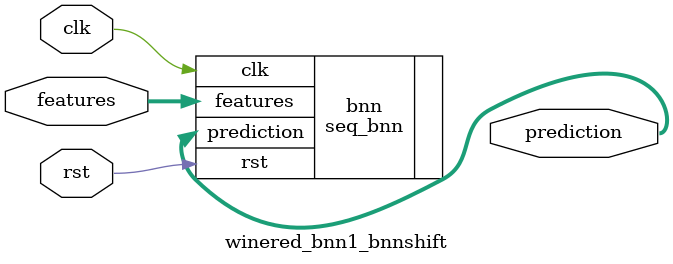
<source format=v>













module winered_bnn1_bnnshift #(

parameter FEAT_CNT = 11,
parameter HIDDEN_CNT = 40,
parameter FEAT_BITS = 4,
parameter CLASS_CNT = 6,
parameter TEST_CNT = 1000


  ) (
  input clk,
  input rst,
  input [FEAT_CNT*FEAT_BITS-1:0] features,
  output [$clog2(CLASS_CNT)-1:0] prediction
  );

  localparam Weights0 = 440'b11111100010011001010011010011110111010001111101010001001111001011011101001000000110011100011010111100110111100111111101101011100001111000001110100111011000001111011100110100100011001101101101000100110101111010101101100111100100010011000000001011111111000110111000111001011011000010000000001010111011110110010000011100101101110001100011001101011101101101001100011011010011000000011001111000110101100001000011100101000111100001111001001111000 ;
  localparam Weights1 = 240'b101011110101010111101111010101000101111001101110110011111110010011110100100011101000101011111101111001010101001011000101101011100011011000100010000100100000001111000110100000011011100000011101001111010010001011110000001101110000010000111001 ;

  seq_bnn #(.FEAT_CNT(FEAT_CNT),.FEAT_BITS(FEAT_BITS),.HIDDEN_CNT(HIDDEN_CNT),.CLASS_CNT(CLASS_CNT),.Weights0(Weights0),.Weights1(Weights1)) bnn (
    .clk(clk),
    .rst(rst),
    .features(features),
    .prediction(prediction)
  );

endmodule

</source>
